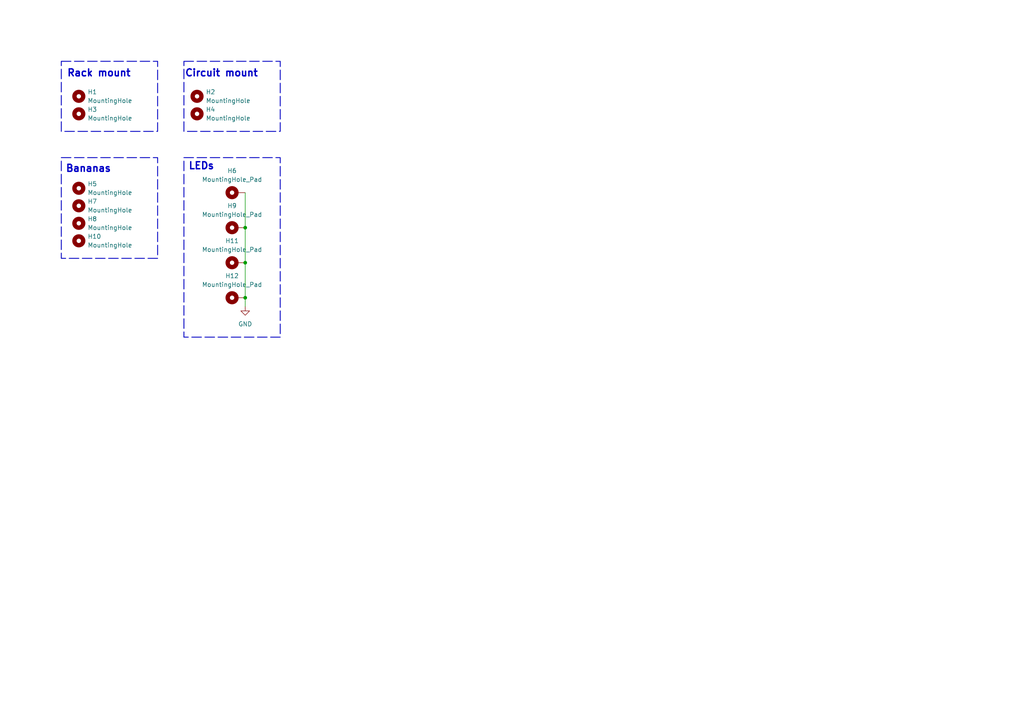
<source format=kicad_sch>
(kicad_sch (version 20231120) (generator "eeschema") (generator_version "8.0")
  (paper "A4")
  (lib_symbols
    (symbol "Mechanical:MountingHole" (pin_names (offset 1.016)) (exclude_from_sim yes) (in_bom no)
      (property "Reference" "H" (at 0 5.08 0))
      (property "Value" "MountingHole" (at 0 3.175 0))
      (symbol "MountingHole_0_1"
        (circle (center 0 0) (radius 1.27) (stroke (width 1.27)))
      )
    )
    (symbol "Mechanical:MountingHole_Pad" (pin_numbers hide) (pin_names (offset 1.016) hide) (exclude_from_sim yes) (in_bom no)
      (property "Reference" "H" (at 0 6.35 0))
      (property "Value" "MountingHole_Pad" (at 0 4.445 0))
      (symbol "MountingHole_Pad_0_1"
        (circle (center 0 1.27) (radius 1.27) (stroke (width 1.27)))
      )
      (symbol "MountingHole_Pad_1_1"
        (pin input line (at 0 -2.54 90) (length 2.54) (name "1") (number "1"))
      )
    )
    (symbol "power:GND" (power) (pin_numbers hide) (pin_names (offset 0) hide)
      (property "Value" "GND" (at 0 -3.81 0))
      (symbol "GND_0_1"
        (polyline (pts (xy 0 0) (xy 0 -1.27) (xy 1.27 -1.27) (xy 0 -2.54) (xy -1.27 -1.27) (xy 0 -1.27)))
      )
      (symbol "GND_1_1"
        (pin power_in line (at 0 0 270) (length 0) (name "~") (number "1"))
      )
    )
  )
  (junction (at 71.12 76.2))
  (junction (at 71.12 86.36))
  (junction (at 71.12 66.04))
  (wire (pts (xy 71.12 76.2) (xy 71.12 86.36)))
  (wire (pts (xy 71.12 86.36) (xy 71.12 88.9)))
  (wire (pts (xy 71.12 55.88) (xy 71.12 66.04)))
  (wire (pts (xy 71.12 66.04) (xy 71.12 76.2)))
  (rectangle (start 17.78 45.72) (end 45.72 74.93) (stroke (width 0.254) (type dash)))
  (rectangle (start 53.34 45.72) (end 81.28 97.79) (stroke (width 0.254) (type dash)))
  (rectangle (start 53.34 17.78) (end 81.28 38.1) (stroke (width 0.254) (type dash)))
  (rectangle (start 17.78 17.78) (end 45.72 38.1) (stroke (width 0.254) (type dash)))
  (text "Bananas" (at 25.654 49.022 0) (effects (font (size 2.032 2.032) (thickness 0.4064) (bold yes))))
  (text "Rack mount" (at 28.702 21.336 0) (effects (font (size 2.032 2.032) (thickness 0.4064) (bold yes))))
  (text "Circuit mount" (at 64.262 21.336 0) (effects (font (size 2.032 2.032) (thickness 0.4064) (bold yes))))
  (text "LEDs" (at 58.42 48.26 0) (effects (font (size 2.032 2.032) (thickness 0.4064) (bold yes))))
  (symbol (lib_id "Mechanical:MountingHole") (at 22.86 64.77 0) (unit 1) (exclude_from_sim yes) (in_bom no)
    (property "Reference" "H8" (at 25.4 63.4999 0) (effects (justify left)))
    (property "Value" "MountingHole" (at 25.4 66.0399 0) (effects (justify left)))
    (property "Footprint" "MountingHole:MountingHole_6mm" (effects (hide yes)))
    (property "Description" "Mounting Hole without connection" (effects (hide yes)))
  )
  (symbol (lib_id "Mechanical:MountingHole") (at 22.86 54.61 0) (unit 1) (exclude_from_sim yes) (in_bom no)
    (property "Reference" "H5" (at 25.4 53.3399 0) (effects (justify left)))
    (property "Value" "MountingHole" (at 25.4 55.8799 0) (effects (justify left)))
    (property "Footprint" "MountingHole:MountingHole_6mm" (effects (hide yes)))
    (property "Description" "Mounting Hole without connection" (effects (hide yes)))
  )
  (symbol (lib_id "Mechanical:MountingHole_Pad") (at 68.58 66.04 90) (unit 1) (exclude_from_sim yes) (in_bom no)
    (property "Reference" "H9" (at 67.31 59.69 90))
    (property "Value" "MountingHole_Pad" (at 67.31 62.23 90))
    (property "Footprint" "MountingHole:MountingHole_3.5mm" (effects (hide yes)))
    (property "Description" "Mounting Hole with connection" (effects (hide yes)))
  )
  (symbol (lib_id "Mechanical:MountingHole") (at 22.86 59.69 0) (unit 1) (exclude_from_sim yes) (in_bom no)
    (property "Reference" "H7" (at 25.4 58.4199 0) (effects (justify left)))
    (property "Value" "MountingHole" (at 25.4 60.9599 0) (effects (justify left)))
    (property "Footprint" "MountingHole:MountingHole_6mm" (effects (hide yes)))
    (property "Description" "Mounting Hole without connection" (effects (hide yes)))
  )
  (symbol (lib_id "Mechanical:MountingHole") (at 57.15 27.94 0) (unit 1) (exclude_from_sim yes) (in_bom no)
    (property "Reference" "H2" (at 59.69 26.6699 0) (effects (justify left)))
    (property "Value" "MountingHole" (at 59.69 29.2099 0) (effects (justify left)))
    (property "Footprint" "MountingHole:MountingHole_3.2mm_M3" (effects (hide yes)))
    (property "Description" "Mounting Hole without connection" (effects (hide yes)))
  )
  (symbol (lib_id "Mechanical:MountingHole_Pad") (at 68.58 55.88 90) (unit 1) (exclude_from_sim yes) (in_bom no)
    (property "Reference" "H6" (at 67.31 49.53 90))
    (property "Value" "MountingHole_Pad" (at 67.31 52.07 90))
    (property "Footprint" "MountingHole:MountingHole_3.2mm_M3" (effects (hide yes)))
    (property "Description" "Mounting Hole with connection" (effects (hide yes)))
  )
  (symbol (lib_id "power:GND") (at 71.12 88.9 0) (unit 1)
    (property "Reference" "#PWR01" (effects (hide yes)))
    (property "Value" "GND" (at 71.12 93.98 0))
    (property "Description" "Power symbol creates a global label with name \"GND\" , ground" (effects (hide yes)))
  )
  (symbol (lib_id "Mechanical:MountingHole_Pad") (at 68.58 86.36 90) (unit 1) (exclude_from_sim yes) (in_bom no)
    (property "Reference" "H12" (at 67.31 80.01 90))
    (property "Value" "MountingHole_Pad" (at 67.31 82.55 90))
    (property "Footprint" "MountingHole:MountingHole_3.5mm" (effects (hide yes)))
    (property "Description" "Mounting Hole with connection" (effects (hide yes)))
  )
  (symbol (lib_id "Mechanical:MountingHole") (at 22.86 33.02 0) (unit 1) (exclude_from_sim yes) (in_bom no)
    (property "Reference" "H3" (at 25.4 31.7499 0) (effects (justify left)))
    (property "Value" "MountingHole" (at 25.4 34.2899 0) (effects (justify left)))
    (property "Footprint" "analog_computing:3.2x7mm_Mounting_Slot" (effects (hide yes)))
    (property "Description" "Mounting Hole without connection" (effects (hide yes)))
  )
  (symbol (lib_id "Mechanical:MountingHole") (at 22.86 69.85 0) (unit 1) (exclude_from_sim yes) (in_bom no)
    (property "Reference" "H10" (at 25.4 68.5799 0) (effects (justify left)))
    (property "Value" "MountingHole" (at 25.4 71.1199 0) (effects (justify left)))
    (property "Footprint" "MountingHole:MountingHole_6mm" (effects (hide yes)))
    (property "Description" "Mounting Hole without connection" (effects (hide yes)))
  )
  (symbol (lib_id "Mechanical:MountingHole") (at 22.86 27.94 0) (unit 1) (exclude_from_sim yes) (in_bom no)
    (property "Reference" "H1" (at 25.4 26.6699 0) (effects (justify left)))
    (property "Value" "MountingHole" (at 25.4 29.2099 0) (effects (justify left)))
    (property "Footprint" "analog_computing:3.2x7mm_Mounting_Slot" (effects (hide yes)))
    (property "Description" "Mounting Hole without connection" (effects (hide yes)))
  )
  (symbol (lib_id "Mechanical:MountingHole_Pad") (at 68.58 76.2 90) (unit 1) (exclude_from_sim yes) (in_bom no)
    (property "Reference" "H11" (at 67.31 69.85 90))
    (property "Value" "MountingHole_Pad" (at 67.31 72.39 90))
    (property "Footprint" "MountingHole:MountingHole_3.5mm" (effects (hide yes)))
    (property "Description" "Mounting Hole with connection" (effects (hide yes)))
  )
  (symbol (lib_id "Mechanical:MountingHole") (at 57.15 33.02 0) (unit 1) (exclude_from_sim yes) (in_bom no)
    (property "Reference" "H4" (at 59.69 31.7499 0) (effects (justify left)))
    (property "Value" "MountingHole" (at 59.69 34.2899 0) (effects (justify left)))
    (property "Footprint" "MountingHole:MountingHole_3.2mm_M3" (effects (hide yes)))
    (property "Description" "Mounting Hole without connection" (effects (hide yes)))
  )
)
</source>
